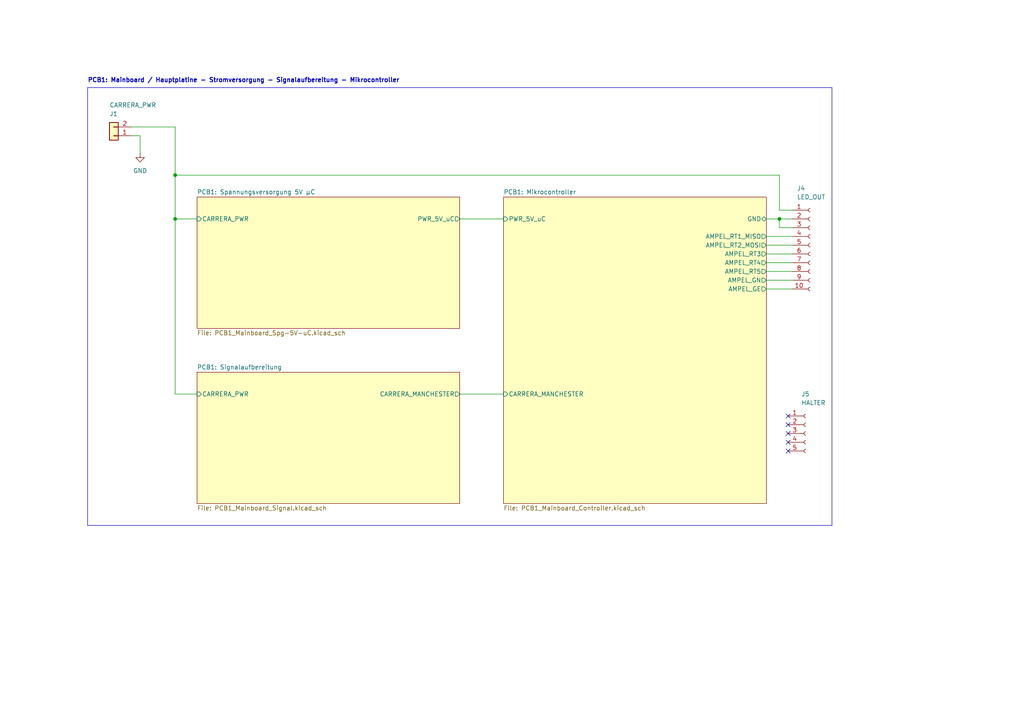
<source format=kicad_sch>
(kicad_sch
	(version 20231120)
	(generator "eeschema")
	(generator_version "8.0")
	(uuid "8996c1d0-55fd-47da-9d43-474049ef0ba9")
	(paper "A4")
	(title_block
		(title "Carrera Start-Ampel \"Bäre(n)keller\"")
		(date "2023-01-10")
		(rev "1.0")
		(company "Andreas Wahl - Welzheim")
		(comment 1 "https://www.andreas-wahl.de/")
		(comment 4 "LICENSE: Attribution-NonCommercial-NoDerivatives 4.0 International (CC BY-NC-ND 4.0) ")
	)
	(lib_symbols
		(symbol "Connector:Conn_01x05_Socket"
			(pin_names
				(offset 1.016) hide)
			(exclude_from_sim no)
			(in_bom yes)
			(on_board yes)
			(property "Reference" "J"
				(at 0 7.62 0)
				(effects
					(font
						(size 1.27 1.27)
					)
				)
			)
			(property "Value" "Conn_01x05_Socket"
				(at 0 -7.62 0)
				(effects
					(font
						(size 1.27 1.27)
					)
				)
			)
			(property "Footprint" ""
				(at 0 0 0)
				(effects
					(font
						(size 1.27 1.27)
					)
					(hide yes)
				)
			)
			(property "Datasheet" "~"
				(at 0 0 0)
				(effects
					(font
						(size 1.27 1.27)
					)
					(hide yes)
				)
			)
			(property "Description" "Generic connector, single row, 01x05, script generated"
				(at 0 0 0)
				(effects
					(font
						(size 1.27 1.27)
					)
					(hide yes)
				)
			)
			(property "ki_locked" ""
				(at 0 0 0)
				(effects
					(font
						(size 1.27 1.27)
					)
				)
			)
			(property "ki_keywords" "connector"
				(at 0 0 0)
				(effects
					(font
						(size 1.27 1.27)
					)
					(hide yes)
				)
			)
			(property "ki_fp_filters" "Connector*:*_1x??_*"
				(at 0 0 0)
				(effects
					(font
						(size 1.27 1.27)
					)
					(hide yes)
				)
			)
			(symbol "Conn_01x05_Socket_1_1"
				(arc
					(start 0 -4.572)
					(mid -0.5058 -5.08)
					(end 0 -5.588)
					(stroke
						(width 0.1524)
						(type default)
					)
					(fill
						(type none)
					)
				)
				(arc
					(start 0 -2.032)
					(mid -0.5058 -2.54)
					(end 0 -3.048)
					(stroke
						(width 0.1524)
						(type default)
					)
					(fill
						(type none)
					)
				)
				(polyline
					(pts
						(xy -1.27 -5.08) (xy -0.508 -5.08)
					)
					(stroke
						(width 0.1524)
						(type default)
					)
					(fill
						(type none)
					)
				)
				(polyline
					(pts
						(xy -1.27 -2.54) (xy -0.508 -2.54)
					)
					(stroke
						(width 0.1524)
						(type default)
					)
					(fill
						(type none)
					)
				)
				(polyline
					(pts
						(xy -1.27 0) (xy -0.508 0)
					)
					(stroke
						(width 0.1524)
						(type default)
					)
					(fill
						(type none)
					)
				)
				(polyline
					(pts
						(xy -1.27 2.54) (xy -0.508 2.54)
					)
					(stroke
						(width 0.1524)
						(type default)
					)
					(fill
						(type none)
					)
				)
				(polyline
					(pts
						(xy -1.27 5.08) (xy -0.508 5.08)
					)
					(stroke
						(width 0.1524)
						(type default)
					)
					(fill
						(type none)
					)
				)
				(arc
					(start 0 0.508)
					(mid -0.5058 0)
					(end 0 -0.508)
					(stroke
						(width 0.1524)
						(type default)
					)
					(fill
						(type none)
					)
				)
				(arc
					(start 0 3.048)
					(mid -0.5058 2.54)
					(end 0 2.032)
					(stroke
						(width 0.1524)
						(type default)
					)
					(fill
						(type none)
					)
				)
				(arc
					(start 0 5.588)
					(mid -0.5058 5.08)
					(end 0 4.572)
					(stroke
						(width 0.1524)
						(type default)
					)
					(fill
						(type none)
					)
				)
				(pin passive line
					(at -5.08 5.08 0)
					(length 3.81)
					(name "Pin_1"
						(effects
							(font
								(size 1.27 1.27)
							)
						)
					)
					(number "1"
						(effects
							(font
								(size 1.27 1.27)
							)
						)
					)
				)
				(pin passive line
					(at -5.08 2.54 0)
					(length 3.81)
					(name "Pin_2"
						(effects
							(font
								(size 1.27 1.27)
							)
						)
					)
					(number "2"
						(effects
							(font
								(size 1.27 1.27)
							)
						)
					)
				)
				(pin passive line
					(at -5.08 0 0)
					(length 3.81)
					(name "Pin_3"
						(effects
							(font
								(size 1.27 1.27)
							)
						)
					)
					(number "3"
						(effects
							(font
								(size 1.27 1.27)
							)
						)
					)
				)
				(pin passive line
					(at -5.08 -2.54 0)
					(length 3.81)
					(name "Pin_4"
						(effects
							(font
								(size 1.27 1.27)
							)
						)
					)
					(number "4"
						(effects
							(font
								(size 1.27 1.27)
							)
						)
					)
				)
				(pin passive line
					(at -5.08 -5.08 0)
					(length 3.81)
					(name "Pin_5"
						(effects
							(font
								(size 1.27 1.27)
							)
						)
					)
					(number "5"
						(effects
							(font
								(size 1.27 1.27)
							)
						)
					)
				)
			)
		)
		(symbol "Connector:Conn_01x10_Socket"
			(pin_names
				(offset 1.016) hide)
			(exclude_from_sim no)
			(in_bom yes)
			(on_board yes)
			(property "Reference" "J"
				(at 0 12.7 0)
				(effects
					(font
						(size 1.27 1.27)
					)
				)
			)
			(property "Value" "Conn_01x10_Socket"
				(at 0 -15.24 0)
				(effects
					(font
						(size 1.27 1.27)
					)
				)
			)
			(property "Footprint" ""
				(at 0 0 0)
				(effects
					(font
						(size 1.27 1.27)
					)
					(hide yes)
				)
			)
			(property "Datasheet" "~"
				(at 0 0 0)
				(effects
					(font
						(size 1.27 1.27)
					)
					(hide yes)
				)
			)
			(property "Description" "Generic connector, single row, 01x10, script generated"
				(at 0 0 0)
				(effects
					(font
						(size 1.27 1.27)
					)
					(hide yes)
				)
			)
			(property "ki_locked" ""
				(at 0 0 0)
				(effects
					(font
						(size 1.27 1.27)
					)
				)
			)
			(property "ki_keywords" "connector"
				(at 0 0 0)
				(effects
					(font
						(size 1.27 1.27)
					)
					(hide yes)
				)
			)
			(property "ki_fp_filters" "Connector*:*_1x??_*"
				(at 0 0 0)
				(effects
					(font
						(size 1.27 1.27)
					)
					(hide yes)
				)
			)
			(symbol "Conn_01x10_Socket_1_1"
				(arc
					(start 0 -12.192)
					(mid -0.5058 -12.7)
					(end 0 -13.208)
					(stroke
						(width 0.1524)
						(type default)
					)
					(fill
						(type none)
					)
				)
				(arc
					(start 0 -9.652)
					(mid -0.5058 -10.16)
					(end 0 -10.668)
					(stroke
						(width 0.1524)
						(type default)
					)
					(fill
						(type none)
					)
				)
				(arc
					(start 0 -7.112)
					(mid -0.5058 -7.62)
					(end 0 -8.128)
					(stroke
						(width 0.1524)
						(type default)
					)
					(fill
						(type none)
					)
				)
				(arc
					(start 0 -4.572)
					(mid -0.5058 -5.08)
					(end 0 -5.588)
					(stroke
						(width 0.1524)
						(type default)
					)
					(fill
						(type none)
					)
				)
				(arc
					(start 0 -2.032)
					(mid -0.5058 -2.54)
					(end 0 -3.048)
					(stroke
						(width 0.1524)
						(type default)
					)
					(fill
						(type none)
					)
				)
				(polyline
					(pts
						(xy -1.27 -12.7) (xy -0.508 -12.7)
					)
					(stroke
						(width 0.1524)
						(type default)
					)
					(fill
						(type none)
					)
				)
				(polyline
					(pts
						(xy -1.27 -10.16) (xy -0.508 -10.16)
					)
					(stroke
						(width 0.1524)
						(type default)
					)
					(fill
						(type none)
					)
				)
				(polyline
					(pts
						(xy -1.27 -7.62) (xy -0.508 -7.62)
					)
					(stroke
						(width 0.1524)
						(type default)
					)
					(fill
						(type none)
					)
				)
				(polyline
					(pts
						(xy -1.27 -5.08) (xy -0.508 -5.08)
					)
					(stroke
						(width 0.1524)
						(type default)
					)
					(fill
						(type none)
					)
				)
				(polyline
					(pts
						(xy -1.27 -2.54) (xy -0.508 -2.54)
					)
					(stroke
						(width 0.1524)
						(type default)
					)
					(fill
						(type none)
					)
				)
				(polyline
					(pts
						(xy -1.27 0) (xy -0.508 0)
					)
					(stroke
						(width 0.1524)
						(type default)
					)
					(fill
						(type none)
					)
				)
				(polyline
					(pts
						(xy -1.27 2.54) (xy -0.508 2.54)
					)
					(stroke
						(width 0.1524)
						(type default)
					)
					(fill
						(type none)
					)
				)
				(polyline
					(pts
						(xy -1.27 5.08) (xy -0.508 5.08)
					)
					(stroke
						(width 0.1524)
						(type default)
					)
					(fill
						(type none)
					)
				)
				(polyline
					(pts
						(xy -1.27 7.62) (xy -0.508 7.62)
					)
					(stroke
						(width 0.1524)
						(type default)
					)
					(fill
						(type none)
					)
				)
				(polyline
					(pts
						(xy -1.27 10.16) (xy -0.508 10.16)
					)
					(stroke
						(width 0.1524)
						(type default)
					)
					(fill
						(type none)
					)
				)
				(arc
					(start 0 0.508)
					(mid -0.5058 0)
					(end 0 -0.508)
					(stroke
						(width 0.1524)
						(type default)
					)
					(fill
						(type none)
					)
				)
				(arc
					(start 0 3.048)
					(mid -0.5058 2.54)
					(end 0 2.032)
					(stroke
						(width 0.1524)
						(type default)
					)
					(fill
						(type none)
					)
				)
				(arc
					(start 0 5.588)
					(mid -0.5058 5.08)
					(end 0 4.572)
					(stroke
						(width 0.1524)
						(type default)
					)
					(fill
						(type none)
					)
				)
				(arc
					(start 0 8.128)
					(mid -0.5058 7.62)
					(end 0 7.112)
					(stroke
						(width 0.1524)
						(type default)
					)
					(fill
						(type none)
					)
				)
				(arc
					(start 0 10.668)
					(mid -0.5058 10.16)
					(end 0 9.652)
					(stroke
						(width 0.1524)
						(type default)
					)
					(fill
						(type none)
					)
				)
				(pin passive line
					(at -5.08 10.16 0)
					(length 3.81)
					(name "Pin_1"
						(effects
							(font
								(size 1.27 1.27)
							)
						)
					)
					(number "1"
						(effects
							(font
								(size 1.27 1.27)
							)
						)
					)
				)
				(pin passive line
					(at -5.08 -12.7 0)
					(length 3.81)
					(name "Pin_10"
						(effects
							(font
								(size 1.27 1.27)
							)
						)
					)
					(number "10"
						(effects
							(font
								(size 1.27 1.27)
							)
						)
					)
				)
				(pin passive line
					(at -5.08 7.62 0)
					(length 3.81)
					(name "Pin_2"
						(effects
							(font
								(size 1.27 1.27)
							)
						)
					)
					(number "2"
						(effects
							(font
								(size 1.27 1.27)
							)
						)
					)
				)
				(pin passive line
					(at -5.08 5.08 0)
					(length 3.81)
					(name "Pin_3"
						(effects
							(font
								(size 1.27 1.27)
							)
						)
					)
					(number "3"
						(effects
							(font
								(size 1.27 1.27)
							)
						)
					)
				)
				(pin passive line
					(at -5.08 2.54 0)
					(length 3.81)
					(name "Pin_4"
						(effects
							(font
								(size 1.27 1.27)
							)
						)
					)
					(number "4"
						(effects
							(font
								(size 1.27 1.27)
							)
						)
					)
				)
				(pin passive line
					(at -5.08 0 0)
					(length 3.81)
					(name "Pin_5"
						(effects
							(font
								(size 1.27 1.27)
							)
						)
					)
					(number "5"
						(effects
							(font
								(size 1.27 1.27)
							)
						)
					)
				)
				(pin passive line
					(at -5.08 -2.54 0)
					(length 3.81)
					(name "Pin_6"
						(effects
							(font
								(size 1.27 1.27)
							)
						)
					)
					(number "6"
						(effects
							(font
								(size 1.27 1.27)
							)
						)
					)
				)
				(pin passive line
					(at -5.08 -5.08 0)
					(length 3.81)
					(name "Pin_7"
						(effects
							(font
								(size 1.27 1.27)
							)
						)
					)
					(number "7"
						(effects
							(font
								(size 1.27 1.27)
							)
						)
					)
				)
				(pin passive line
					(at -5.08 -7.62 0)
					(length 3.81)
					(name "Pin_8"
						(effects
							(font
								(size 1.27 1.27)
							)
						)
					)
					(number "8"
						(effects
							(font
								(size 1.27 1.27)
							)
						)
					)
				)
				(pin passive line
					(at -5.08 -10.16 0)
					(length 3.81)
					(name "Pin_9"
						(effects
							(font
								(size 1.27 1.27)
							)
						)
					)
					(number "9"
						(effects
							(font
								(size 1.27 1.27)
							)
						)
					)
				)
			)
		)
		(symbol "Connector_Generic:Conn_01x02"
			(pin_names
				(offset 1.016) hide)
			(exclude_from_sim no)
			(in_bom yes)
			(on_board yes)
			(property "Reference" "J"
				(at 0 2.54 0)
				(effects
					(font
						(size 1.27 1.27)
					)
				)
			)
			(property "Value" "Conn_01x02"
				(at 0 -5.08 0)
				(effects
					(font
						(size 1.27 1.27)
					)
				)
			)
			(property "Footprint" ""
				(at 0 0 0)
				(effects
					(font
						(size 1.27 1.27)
					)
					(hide yes)
				)
			)
			(property "Datasheet" "~"
				(at 0 0 0)
				(effects
					(font
						(size 1.27 1.27)
					)
					(hide yes)
				)
			)
			(property "Description" "Generic connector, single row, 01x02, script generated (kicad-library-utils/schlib/autogen/connector/)"
				(at 0 0 0)
				(effects
					(font
						(size 1.27 1.27)
					)
					(hide yes)
				)
			)
			(property "ki_keywords" "connector"
				(at 0 0 0)
				(effects
					(font
						(size 1.27 1.27)
					)
					(hide yes)
				)
			)
			(property "ki_fp_filters" "Connector*:*_1x??_*"
				(at 0 0 0)
				(effects
					(font
						(size 1.27 1.27)
					)
					(hide yes)
				)
			)
			(symbol "Conn_01x02_1_1"
				(rectangle
					(start -1.27 -2.413)
					(end 0 -2.667)
					(stroke
						(width 0.1524)
						(type default)
					)
					(fill
						(type none)
					)
				)
				(rectangle
					(start -1.27 0.127)
					(end 0 -0.127)
					(stroke
						(width 0.1524)
						(type default)
					)
					(fill
						(type none)
					)
				)
				(rectangle
					(start -1.27 1.27)
					(end 1.27 -3.81)
					(stroke
						(width 0.254)
						(type default)
					)
					(fill
						(type background)
					)
				)
				(pin passive line
					(at -5.08 0 0)
					(length 3.81)
					(name "Pin_1"
						(effects
							(font
								(size 1.27 1.27)
							)
						)
					)
					(number "1"
						(effects
							(font
								(size 1.27 1.27)
							)
						)
					)
				)
				(pin passive line
					(at -5.08 -2.54 0)
					(length 3.81)
					(name "Pin_2"
						(effects
							(font
								(size 1.27 1.27)
							)
						)
					)
					(number "2"
						(effects
							(font
								(size 1.27 1.27)
							)
						)
					)
				)
			)
		)
		(symbol "power:GND"
			(power)
			(pin_names
				(offset 0)
			)
			(exclude_from_sim no)
			(in_bom yes)
			(on_board yes)
			(property "Reference" "#PWR"
				(at 0 -6.35 0)
				(effects
					(font
						(size 1.27 1.27)
					)
					(hide yes)
				)
			)
			(property "Value" "GND"
				(at 0 -3.81 0)
				(effects
					(font
						(size 1.27 1.27)
					)
				)
			)
			(property "Footprint" ""
				(at 0 0 0)
				(effects
					(font
						(size 1.27 1.27)
					)
					(hide yes)
				)
			)
			(property "Datasheet" ""
				(at 0 0 0)
				(effects
					(font
						(size 1.27 1.27)
					)
					(hide yes)
				)
			)
			(property "Description" "Power symbol creates a global label with name \"GND\" , ground"
				(at 0 0 0)
				(effects
					(font
						(size 1.27 1.27)
					)
					(hide yes)
				)
			)
			(property "ki_keywords" "global power"
				(at 0 0 0)
				(effects
					(font
						(size 1.27 1.27)
					)
					(hide yes)
				)
			)
			(symbol "GND_0_1"
				(polyline
					(pts
						(xy 0 0) (xy 0 -1.27) (xy 1.27 -1.27) (xy 0 -2.54) (xy -1.27 -1.27) (xy 0 -1.27)
					)
					(stroke
						(width 0)
						(type default)
					)
					(fill
						(type none)
					)
				)
			)
			(symbol "GND_1_1"
				(pin power_in line
					(at 0 0 270)
					(length 0) hide
					(name "GND"
						(effects
							(font
								(size 1.27 1.27)
							)
						)
					)
					(number "1"
						(effects
							(font
								(size 1.27 1.27)
							)
						)
					)
				)
			)
		)
	)
	(junction
		(at 50.8 50.8)
		(diameter 0)
		(color 0 0 0 0)
		(uuid "28116a65-8136-49d2-b890-3748c3d7a184")
	)
	(junction
		(at 50.8 63.5)
		(diameter 0)
		(color 0 0 0 0)
		(uuid "59398d74-6e01-4b9d-85df-076cf24bf149")
	)
	(junction
		(at 226.06 63.5)
		(diameter 0)
		(color 0 0 0 0)
		(uuid "7242723c-3179-4610-a122-9b1dcbf29fbe")
	)
	(no_connect
		(at 228.6 120.65)
		(uuid "4b2f574d-2623-4000-a6be-c87984d14179")
	)
	(no_connect
		(at 228.6 123.19)
		(uuid "4b2f574d-2623-4000-a6be-c87984d1417a")
	)
	(no_connect
		(at 228.6 125.73)
		(uuid "4b2f574d-2623-4000-a6be-c87984d1417b")
	)
	(no_connect
		(at 228.6 128.27)
		(uuid "4b2f574d-2623-4000-a6be-c87984d1417c")
	)
	(no_connect
		(at 228.6 130.81)
		(uuid "4b2f574d-2623-4000-a6be-c87984d1417d")
	)
	(wire
		(pts
			(xy 222.25 78.74) (xy 229.87 78.74)
		)
		(stroke
			(width 0)
			(type default)
		)
		(uuid "17029f0b-f24b-4f16-a7b0-75d57c3ef121")
	)
	(wire
		(pts
			(xy 133.35 114.3) (xy 146.05 114.3)
		)
		(stroke
			(width 0)
			(type default)
		)
		(uuid "1fb2864f-b256-46af-867a-9f8ec276c368")
	)
	(wire
		(pts
			(xy 50.8 63.5) (xy 50.8 50.8)
		)
		(stroke
			(width 0)
			(type default)
		)
		(uuid "2c18465e-f2aa-4aab-b685-8cc6360498cf")
	)
	(polyline
		(pts
			(xy 25.4 25.4) (xy 25.4 152.4)
		)
		(stroke
			(width 0)
			(type default)
		)
		(uuid "32252892-9111-44aa-af67-755b19ec421d")
	)
	(wire
		(pts
			(xy 222.25 71.12) (xy 229.87 71.12)
		)
		(stroke
			(width 0)
			(type default)
		)
		(uuid "3c4c1116-f96a-4c96-9ae8-f94e444fd47a")
	)
	(wire
		(pts
			(xy 50.8 36.83) (xy 50.8 50.8)
		)
		(stroke
			(width 0)
			(type default)
		)
		(uuid "47bfd8ba-a540-4feb-91ca-17cafefaa619")
	)
	(wire
		(pts
			(xy 222.25 83.82) (xy 229.87 83.82)
		)
		(stroke
			(width 0)
			(type default)
		)
		(uuid "4b48e246-d696-46cc-b705-53d13122a51b")
	)
	(polyline
		(pts
			(xy 241.3 152.4) (xy 25.4 152.4)
		)
		(stroke
			(width 0)
			(type default)
		)
		(uuid "4b85a4a0-985e-4bd6-9026-bad8d2b22096")
	)
	(wire
		(pts
			(xy 226.06 50.8) (xy 226.06 60.96)
		)
		(stroke
			(width 0)
			(type default)
		)
		(uuid "5c4fd398-879c-4095-9b73-2f5b735570e1")
	)
	(wire
		(pts
			(xy 222.25 81.28) (xy 229.87 81.28)
		)
		(stroke
			(width 0)
			(type default)
		)
		(uuid "5c7d1064-7318-4d6a-8167-3465b9caee7e")
	)
	(wire
		(pts
			(xy 226.06 66.04) (xy 229.87 66.04)
		)
		(stroke
			(width 0)
			(type default)
		)
		(uuid "753955dd-42a7-4210-bf0c-18a24d4b3e30")
	)
	(wire
		(pts
			(xy 222.25 73.66) (xy 229.87 73.66)
		)
		(stroke
			(width 0)
			(type default)
		)
		(uuid "7b9869b5-7af6-411e-acd5-a10638854032")
	)
	(wire
		(pts
			(xy 222.25 68.58) (xy 229.87 68.58)
		)
		(stroke
			(width 0)
			(type default)
		)
		(uuid "8488cf8f-41b9-41bf-acd6-e97bec0dfbbe")
	)
	(wire
		(pts
			(xy 133.35 63.5) (xy 146.05 63.5)
		)
		(stroke
			(width 0)
			(type default)
		)
		(uuid "a4886d2c-16cc-4aad-904a-e0fcff37b144")
	)
	(wire
		(pts
			(xy 50.8 50.8) (xy 226.06 50.8)
		)
		(stroke
			(width 0)
			(type default)
		)
		(uuid "aa1083d9-2031-40c1-8b09-fbd53ab79770")
	)
	(wire
		(pts
			(xy 226.06 63.5) (xy 229.87 63.5)
		)
		(stroke
			(width 0)
			(type default)
		)
		(uuid "b8b0cefe-4db0-4dd6-b26b-e227cbb24e7d")
	)
	(wire
		(pts
			(xy 50.8 36.83) (xy 38.1 36.83)
		)
		(stroke
			(width 0)
			(type default)
		)
		(uuid "bd357c31-ac18-4f84-bd06-7473829ce5a4")
	)
	(wire
		(pts
			(xy 222.25 76.2) (xy 229.87 76.2)
		)
		(stroke
			(width 0)
			(type default)
		)
		(uuid "c0cd892b-6b82-49e4-a7ef-03e83f4944f5")
	)
	(wire
		(pts
			(xy 50.8 63.5) (xy 57.15 63.5)
		)
		(stroke
			(width 0)
			(type default)
		)
		(uuid "c45d9a51-8025-41b1-82d8-34e2a8fd0ca0")
	)
	(wire
		(pts
			(xy 50.8 114.3) (xy 50.8 63.5)
		)
		(stroke
			(width 0)
			(type default)
		)
		(uuid "c56c6594-2afc-498d-a7c4-0e3b7c7d6b9d")
	)
	(wire
		(pts
			(xy 226.06 60.96) (xy 229.87 60.96)
		)
		(stroke
			(width 0)
			(type default)
		)
		(uuid "c69fece9-dc6a-4895-851f-6d55f085fed9")
	)
	(wire
		(pts
			(xy 57.15 114.3) (xy 50.8 114.3)
		)
		(stroke
			(width 0)
			(type default)
		)
		(uuid "cec7f819-cc05-4793-b1c5-f56af14913f5")
	)
	(wire
		(pts
			(xy 40.64 39.37) (xy 40.64 44.45)
		)
		(stroke
			(width 0)
			(type default)
		)
		(uuid "e6fad4c3-3eb8-4ad6-9d2a-218a2392028b")
	)
	(wire
		(pts
			(xy 222.25 63.5) (xy 226.06 63.5)
		)
		(stroke
			(width 0)
			(type default)
		)
		(uuid "ec03c053-a85d-4258-9b45-29189bdcd0e0")
	)
	(polyline
		(pts
			(xy 241.3 25.4) (xy 241.3 152.4)
		)
		(stroke
			(width 0)
			(type default)
		)
		(uuid "ee00ac02-f816-4785-ac36-9b366a9fd086")
	)
	(wire
		(pts
			(xy 226.06 63.5) (xy 226.06 66.04)
		)
		(stroke
			(width 0)
			(type default)
		)
		(uuid "f89cbc5d-058a-4022-9eff-3a1c1cf5e29f")
	)
	(polyline
		(pts
			(xy 25.4 25.4) (xy 241.3 25.4)
		)
		(stroke
			(width 0)
			(type default)
		)
		(uuid "f9a19463-05cf-4182-950e-95fb52f40088")
	)
	(wire
		(pts
			(xy 38.1 39.37) (xy 40.64 39.37)
		)
		(stroke
			(width 0)
			(type default)
		)
		(uuid "f9d731fa-da6b-4a28-9717-99ddf5e9094b")
	)
	(text "PCB1: Mainboard / Hauptplatine - Stromversorgung - Signalaufbereitung - Mikrocontroller"
		(exclude_from_sim no)
		(at 25.4 24.13 0)
		(effects
			(font
				(size 1.27 1.27)
				(thickness 0.254)
				(bold yes)
			)
			(justify left bottom)
		)
		(uuid "e7987f0c-e4c6-4aae-a5d6-e1cfea057719")
	)
	(symbol
		(lib_id "Connector:Conn_01x05_Socket")
		(at 233.68 125.73 0)
		(unit 1)
		(exclude_from_sim no)
		(in_bom yes)
		(on_board yes)
		(dnp no)
		(uuid "41f8bf03-61be-4f07-8937-2c422b687014")
		(property "Reference" "J5"
			(at 232.41 114.3 0)
			(effects
				(font
					(size 1.27 1.27)
				)
				(justify left)
			)
		)
		(property "Value" "HALTER"
			(at 232.41 116.84 0)
			(effects
				(font
					(size 1.27 1.27)
				)
				(justify left)
			)
		)
		(property "Footprint" "Connector_PinSocket_2.54mm:PinSocket_1x05_P2.54mm_Vertical"
			(at 233.68 125.73 0)
			(effects
				(font
					(size 1.27 1.27)
				)
				(hide yes)
			)
		)
		(property "Datasheet" "~"
			(at 233.68 125.73 0)
			(effects
				(font
					(size 1.27 1.27)
				)
				(hide yes)
			)
		)
		(property "Description" ""
			(at 233.68 125.73 0)
			(effects
				(font
					(size 1.27 1.27)
				)
				(hide yes)
			)
		)
		(pin "1"
			(uuid "191ee32f-08dd-4925-8d49-812b84e6e2dc")
		)
		(pin "2"
			(uuid "8c7ff46d-2b6d-49cd-b195-6c23881e52b5")
		)
		(pin "3"
			(uuid "527dcee0-ba87-4c24-99ca-0bc434f5b9a5")
		)
		(pin "4"
			(uuid "2760f310-a0ba-4f91-b6b9-0f5e58b08069")
		)
		(pin "5"
			(uuid "9793fcb7-664f-4a09-8526-954af0400595")
		)
		(instances
			(project "PCB1_Mainboard"
				(path "/8996c1d0-55fd-47da-9d43-474049ef0ba9"
					(reference "J5")
					(unit 1)
				)
			)
			(project ""
				(path "/e63e39d7-6ac0-4ffd-8aa3-1841a4541b55/3c7225be-0e5f-435d-9f37-bd4538e8d536"
					(reference "J4")
					(unit 1)
				)
			)
		)
	)
	(symbol
		(lib_id "Connector_Generic:Conn_01x02")
		(at 33.02 39.37 180)
		(unit 1)
		(exclude_from_sim no)
		(in_bom yes)
		(on_board yes)
		(dnp no)
		(uuid "623f0fd1-05e3-4aed-b4a4-842ebc101656")
		(property "Reference" "J1"
			(at 31.75 33.02 0)
			(effects
				(font
					(size 1.27 1.27)
				)
				(justify right)
			)
		)
		(property "Value" "CARRERA_PWR"
			(at 31.75 30.48 0)
			(effects
				(font
					(size 1.27 1.27)
				)
				(justify right)
			)
		)
		(property "Footprint" "Connector_JST:JST_XH_B2B-XH-A_1x02_P2.50mm_Vertical"
			(at 33.02 39.37 0)
			(effects
				(font
					(size 1.27 1.27)
				)
				(hide yes)
			)
		)
		(property "Datasheet" "~"
			(at 33.02 39.37 0)
			(effects
				(font
					(size 1.27 1.27)
				)
				(hide yes)
			)
		)
		(property "Description" ""
			(at 33.02 39.37 0)
			(effects
				(font
					(size 1.27 1.27)
				)
				(hide yes)
			)
		)
		(pin "1"
			(uuid "bdc2dce2-a873-4024-ba32-25e14d4c7d3a")
		)
		(pin "2"
			(uuid "af6768f8-3c5e-4c2e-ad12-97c0640b49b0")
		)
		(instances
			(project "PCB1_Mainboard"
				(path "/8996c1d0-55fd-47da-9d43-474049ef0ba9"
					(reference "J1")
					(unit 1)
				)
			)
			(project ""
				(path "/e63e39d7-6ac0-4ffd-8aa3-1841a4541b55/3c7225be-0e5f-435d-9f37-bd4538e8d536"
					(reference "J1")
					(unit 1)
				)
			)
		)
	)
	(symbol
		(lib_id "power:GND")
		(at 40.64 44.45 0)
		(unit 1)
		(exclude_from_sim no)
		(in_bom yes)
		(on_board yes)
		(dnp no)
		(fields_autoplaced yes)
		(uuid "c819c04d-c81d-4e0e-9d79-ed0d828380d2")
		(property "Reference" "#PWR0106"
			(at 40.64 50.8 0)
			(effects
				(font
					(size 1.27 1.27)
				)
				(hide yes)
			)
		)
		(property "Value" "GND"
			(at 40.64 49.53 0)
			(effects
				(font
					(size 1.27 1.27)
				)
			)
		)
		(property "Footprint" ""
			(at 40.64 44.45 0)
			(effects
				(font
					(size 1.27 1.27)
				)
				(hide yes)
			)
		)
		(property "Datasheet" ""
			(at 40.64 44.45 0)
			(effects
				(font
					(size 1.27 1.27)
				)
				(hide yes)
			)
		)
		(property "Description" ""
			(at 40.64 44.45 0)
			(effects
				(font
					(size 1.27 1.27)
				)
				(hide yes)
			)
		)
		(pin "1"
			(uuid "154b56bd-b8d0-4a7d-a540-602fd011bdf2")
		)
		(instances
			(project "PCB1_Mainboard"
				(path "/8996c1d0-55fd-47da-9d43-474049ef0ba9"
					(reference "#PWR0106")
					(unit 1)
				)
			)
			(project ""
				(path "/e63e39d7-6ac0-4ffd-8aa3-1841a4541b55/3c7225be-0e5f-435d-9f37-bd4538e8d536"
					(reference "#PWR0106")
					(unit 1)
				)
			)
		)
	)
	(symbol
		(lib_id "Connector:Conn_01x10_Socket")
		(at 234.95 71.12 0)
		(unit 1)
		(exclude_from_sim no)
		(in_bom yes)
		(on_board yes)
		(dnp no)
		(uuid "fe2c47f7-f9dc-44b7-9969-8cc9c889934b")
		(property "Reference" "J4"
			(at 231.14 54.61 0)
			(effects
				(font
					(size 1.27 1.27)
				)
				(justify left)
			)
		)
		(property "Value" "LED_OUT"
			(at 231.14 57.15 0)
			(effects
				(font
					(size 1.27 1.27)
				)
				(justify left)
			)
		)
		(property "Footprint" "Connector_PinSocket_2.54mm:PinSocket_1x10_P2.54mm_Vertical"
			(at 234.95 71.12 0)
			(effects
				(font
					(size 1.27 1.27)
				)
				(hide yes)
			)
		)
		(property "Datasheet" "~"
			(at 234.95 71.12 0)
			(effects
				(font
					(size 1.27 1.27)
				)
				(hide yes)
			)
		)
		(property "Description" ""
			(at 234.95 71.12 0)
			(effects
				(font
					(size 1.27 1.27)
				)
				(hide yes)
			)
		)
		(pin "1"
			(uuid "ccd28bff-0a8e-4d5c-8a16-892ab0cc9985")
		)
		(pin "10"
			(uuid "48270894-1fc1-41b7-a242-934d31b4ca2b")
		)
		(pin "2"
			(uuid "e2984a3a-145e-4afd-9513-43016fbcad3e")
		)
		(pin "3"
			(uuid "6b64482f-1d28-40a9-bd66-11528d4c93d8")
		)
		(pin "4"
			(uuid "f376885e-8ad8-417a-b21f-f234eed10fe1")
		)
		(pin "5"
			(uuid "cb57a5a5-ff15-4bb2-ba97-2460c653606e")
		)
		(pin "6"
			(uuid "c6c3c0ab-4431-4092-be89-fbba1ecc2da2")
		)
		(pin "7"
			(uuid "cd765d6f-4315-4e91-ab5a-270e20c6b968")
		)
		(pin "8"
			(uuid "7fb65ec1-ece3-48e1-bdf5-4413b4bf1f25")
		)
		(pin "9"
			(uuid "0bf90687-3495-4d33-9154-787d8238440f")
		)
		(instances
			(project "PCB1_Mainboard"
				(path "/8996c1d0-55fd-47da-9d43-474049ef0ba9"
					(reference "J4")
					(unit 1)
				)
			)
			(project ""
				(path "/e63e39d7-6ac0-4ffd-8aa3-1841a4541b55/3c7225be-0e5f-435d-9f37-bd4538e8d536"
					(reference "J2")
					(unit 1)
				)
			)
		)
	)
	(sheet
		(at 146.05 57.15)
		(size 76.2 88.9)
		(fields_autoplaced yes)
		(stroke
			(width 0.1524)
			(type solid)
		)
		(fill
			(color 255 255 194 1.0000)
		)
		(uuid "06633731-f2c7-4809-bf70-eec98162aa07")
		(property "Sheetname" "PCB1: Mikrocontroller"
			(at 146.05 56.4384 0)
			(effects
				(font
					(size 1.27 1.27)
				)
				(justify left bottom)
			)
		)
		(property "Sheetfile" "PCB1_Mainboard_Controller.kicad_sch"
			(at 146.05 146.6346 0)
			(effects
				(font
					(size 1.27 1.27)
				)
				(justify left top)
			)
		)
		(pin "AMPEL_GN" output
			(at 222.25 81.28 0)
			(effects
				(font
					(size 1.27 1.27)
				)
				(justify right)
			)
			(uuid "e016c701-37f5-45f5-acfa-3b47124f7175")
		)
		(pin "AMPEL_RT5" output
			(at 222.25 78.74 0)
			(effects
				(font
					(size 1.27 1.27)
				)
				(justify right)
			)
			(uuid "a4041ec0-eb82-40b5-b8d6-9d035bd392bf")
		)
		(pin "AMPEL_GE" output
			(at 222.25 83.82 0)
			(effects
				(font
					(size 1.27 1.27)
				)
				(justify right)
			)
			(uuid "a736a3fc-55b0-43d3-b5dd-596413780f33")
		)
		(pin "AMPEL_RT4" output
			(at 222.25 76.2 0)
			(effects
				(font
					(size 1.27 1.27)
				)
				(justify right)
			)
			(uuid "4f6eb446-58b0-40e6-b5d8-78c8cd018e3e")
		)
		(pin "AMPEL_RT1_MISO" output
			(at 222.25 68.58 0)
			(effects
				(font
					(size 1.27 1.27)
				)
				(justify right)
			)
			(uuid "2e7adc25-58fe-4fc0-8d53-e593a36593c7")
		)
		(pin "AMPEL_RT3" output
			(at 222.25 73.66 0)
			(effects
				(font
					(size 1.27 1.27)
				)
				(justify right)
			)
			(uuid "8bb2de93-c162-4981-8966-af7f49b5ff3e")
		)
		(pin "AMPEL_RT2_MOSI" output
			(at 222.25 71.12 0)
			(effects
				(font
					(size 1.27 1.27)
				)
				(justify right)
			)
			(uuid "62a25890-acd4-4b95-9c8e-55d283cb6257")
		)
		(pin "CARRERA_MANCHESTER" input
			(at 146.05 114.3 180)
			(effects
				(font
					(size 1.27 1.27)
				)
				(justify left)
			)
			(uuid "3f1a1888-7176-41f4-95ae-83fd118f0e3b")
		)
		(pin "GND" bidirectional
			(at 222.25 63.5 0)
			(effects
				(font
					(size 1.27 1.27)
				)
				(justify right)
			)
			(uuid "5add7d2c-5e0f-4897-89d0-8da8de2a6c04")
		)
		(pin "PWR_5V_uC" input
			(at 146.05 63.5 180)
			(effects
				(font
					(size 1.27 1.27)
				)
				(justify left)
			)
			(uuid "75fb2c3a-e486-423a-935f-1fb07328359e")
		)
		(instances
			(project "PCB1_Mainboard"
				(path "/8996c1d0-55fd-47da-9d43-474049ef0ba9"
					(page "4")
				)
			)
			(project "Startlight-Baerenkeller"
				(path "/e63e39d7-6ac0-4ffd-8aa3-1841a4541b55/3c7225be-0e5f-435d-9f37-bd4538e8d536"
					(page "5")
				)
			)
		)
	)
	(sheet
		(at 57.15 57.15)
		(size 76.2 38.1)
		(fields_autoplaced yes)
		(stroke
			(width 0.1524)
			(type solid)
		)
		(fill
			(color 255 255 194 1.0000)
		)
		(uuid "0f62e92c-dce6-45dc-a560-b9db10f66ff3")
		(property "Sheetname" "PCB1: Spannungsversorgung 5V µC"
			(at 57.15 56.4384 0)
			(effects
				(font
					(size 1.27 1.27)
				)
				(justify left bottom)
			)
		)
		(property "Sheetfile" "PCB1_Mainboard_Spg-5V-uC.kicad_sch"
			(at 57.15 95.8346 0)
			(effects
				(font
					(size 1.27 1.27)
				)
				(justify left top)
			)
		)
		(pin "CARRERA_PWR" input
			(at 57.15 63.5 180)
			(effects
				(font
					(size 1.27 1.27)
				)
				(justify left)
			)
			(uuid "c2aebb84-705b-40b5-9f37-faf6607438d5")
		)
		(pin "PWR_5V_uC" output
			(at 133.35 63.5 0)
			(effects
				(font
					(size 1.27 1.27)
				)
				(justify right)
			)
			(uuid "f66178e3-c9a3-4441-ba25-b4f84e581a82")
		)
		(instances
			(project "PCB1_Mainboard"
				(path "/8996c1d0-55fd-47da-9d43-474049ef0ba9"
					(page "2")
				)
			)
			(project "Startlight-Baerenkeller"
				(path "/e63e39d7-6ac0-4ffd-8aa3-1841a4541b55/3c7225be-0e5f-435d-9f37-bd4538e8d536"
					(page "3")
				)
			)
		)
	)
	(sheet
		(at 57.15 107.95)
		(size 76.2 38.1)
		(fields_autoplaced yes)
		(stroke
			(width 0.1524)
			(type solid)
		)
		(fill
			(color 255 255 194 1.0000)
		)
		(uuid "c898c771-4900-4588-aaea-04b913e73603")
		(property "Sheetname" "PCB1: Signalaufbereitung"
			(at 57.15 107.2384 0)
			(effects
				(font
					(size 1.27 1.27)
				)
				(justify left bottom)
			)
		)
		(property "Sheetfile" "PCB1_Mainboard_Signal.kicad_sch"
			(at 57.15 146.6346 0)
			(effects
				(font
					(size 1.27 1.27)
				)
				(justify left top)
			)
		)
		(pin "CARRERA_MANCHESTER" output
			(at 133.35 114.3 0)
			(effects
				(font
					(size 1.27 1.27)
				)
				(justify right)
			)
			(uuid "2432526b-e050-4fab-a65e-a51416fa7287")
		)
		(pin "CARRERA_PWR" input
			(at 57.15 114.3 180)
			(effects
				(font
					(size 1.27 1.27)
				)
				(justify left)
			)
			(uuid "ac7dd548-6e43-4c0c-b409-96be658b0857")
		)
		(instances
			(project "PCB1_Mainboard"
				(path "/8996c1d0-55fd-47da-9d43-474049ef0ba9"
					(page "3")
				)
			)
			(project "Startlight-Baerenkeller"
				(path "/e63e39d7-6ac0-4ffd-8aa3-1841a4541b55/3c7225be-0e5f-435d-9f37-bd4538e8d536"
					(page "4")
				)
			)
		)
	)
	(sheet_instances
		(path "/"
			(page "1")
		)
	)
)

</source>
